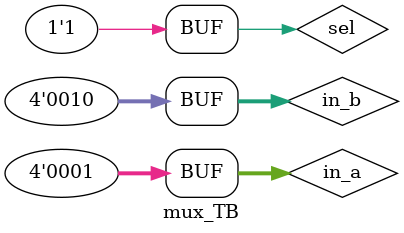
<source format=v>

module mux4( input wire [3:0] mux_in_a , 
 input wire [3:0] mux_in_b , 
 input mux_sel ,
 output  reg[3:0]mux_out
 );
 always @(*) 
 begin 
    case (mux_sel ) 
   1'b0 : mux_out <= mux_in_a ;
   1'b1 : mux_out <= mux_in_b ; 

    endcase 
 end

endmodule

module mux_TB();
wire [3:0] out;
reg [3:0] in_a,in_b;
reg sel;

mux mux1 (in_a,in_b,sel,out);

	
initial 
begin
  $monitor("in_a=%d  in_b=%d  sel=%d  out=%d",in_a,in_b,sel,out); 
  
 in_a=1; in_b=2; sel=0;
 #20
 in_a=1; in_b=2; sel=1;

end
endmodule

</source>
